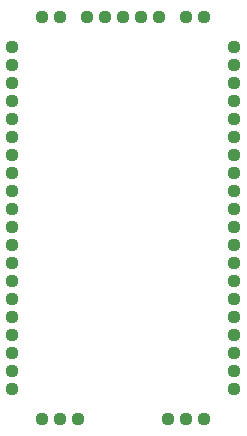
<source format=gbs>
G04 Layer: BottomSolderMaskLayer*
G04 EasyEDA v6.5.22, 2023-04-03 13:48:28*
G04 438ef6ab04534b949e8f413d785863a0,3cec5f453c3247449836eb28e2eac2c3,10*
G04 Gerber Generator version 0.2*
G04 Scale: 100 percent, Rotated: No, Reflected: No *
G04 Dimensions in inches *
G04 leading zeros omitted , absolute positions ,3 integer and 6 decimal *
%FSLAX36Y36*%
%MOIN*%

%ADD10C,0.0439*%

%LPD*%
D10*
G01*
X40000Y1320000D03*
G01*
X40000Y1260000D03*
G01*
X40000Y1020000D03*
G01*
X40000Y780000D03*
G01*
X40000Y1140000D03*
G01*
X40000Y1200000D03*
G01*
X40000Y1080000D03*
G01*
X200000Y1420000D03*
G01*
X290000Y1420000D03*
G01*
X530000Y1420000D03*
G01*
X350000Y1420000D03*
G01*
X470000Y1420000D03*
G01*
X410000Y1420000D03*
G01*
X140000Y1420000D03*
G01*
X40000Y720000D03*
G01*
X40000Y840000D03*
G01*
X40000Y960000D03*
G01*
X40000Y900000D03*
G01*
X40000Y660000D03*
G01*
X40000Y540000D03*
G01*
X40000Y600000D03*
G01*
X40000Y480000D03*
G01*
X40000Y420000D03*
G01*
X40000Y300000D03*
G01*
X40000Y360000D03*
G01*
X260000Y80000D03*
G01*
X140000Y80000D03*
G01*
X200000Y80000D03*
G01*
X40000Y240000D03*
G01*
X40000Y180000D03*
G01*
X620000Y80000D03*
G01*
X680000Y80000D03*
G01*
X560000Y80000D03*
G01*
X680000Y1420000D03*
G01*
X620000Y1420000D03*
G01*
X780000Y1260000D03*
G01*
X780000Y1320000D03*
G01*
X780000Y1200000D03*
G01*
X780000Y1140000D03*
G01*
X780000Y1020000D03*
G01*
X780000Y1080000D03*
G01*
X780000Y960000D03*
G01*
X780000Y900000D03*
G01*
X780000Y780000D03*
G01*
X780000Y840000D03*
G01*
X780000Y180000D03*
G01*
X780000Y240000D03*
G01*
X780000Y300000D03*
G01*
X780000Y360000D03*
G01*
X780000Y420000D03*
G01*
X780000Y480000D03*
G01*
X780000Y540000D03*
G01*
X780000Y600000D03*
G01*
X780000Y720000D03*
G01*
X780000Y660000D03*
M02*

</source>
